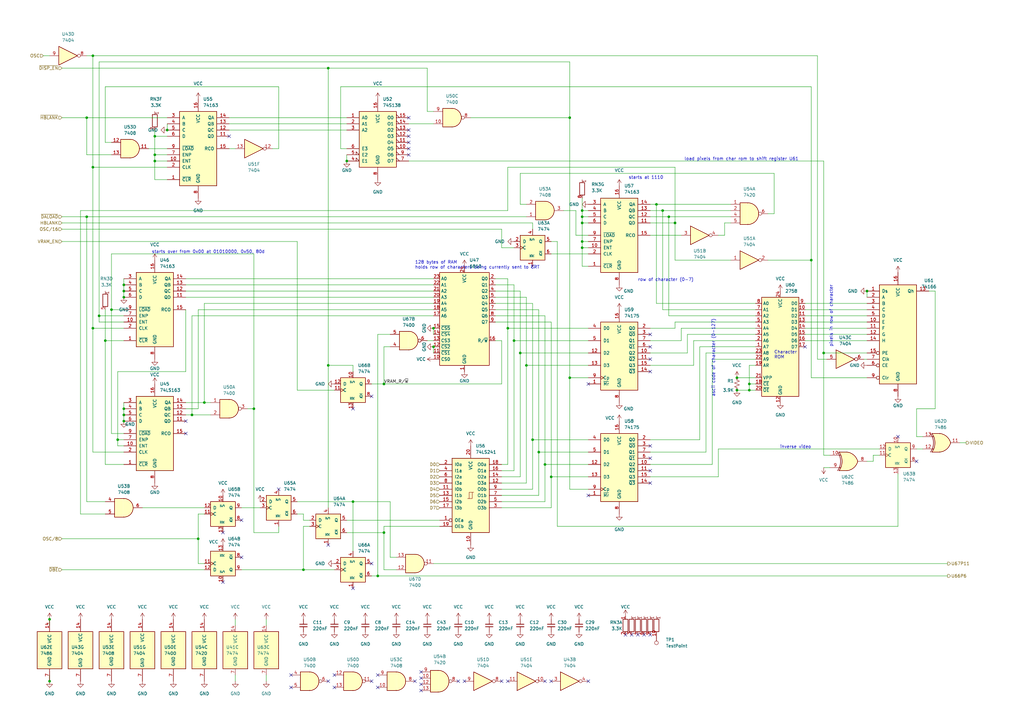
<source format=kicad_sch>
(kicad_sch (version 20230121) (generator eeschema)
  (paper "A3")
  (junction (at 50.8 121.92))
  (junction (at 332.74 106.68))
  (junction (at 238.76 101.6))
  (junction (at 50.8 116.84))
  (junction (at 50.8 172.72))
  (junction (at 226.06 195.58))
  (junction (at 177.8 142.24))
  (junction (at 302.26 154.94))
  (junction (at 218.44 180.34))
  (junction (at 238.76 88.9))
  (junction (at 276.86 91.44))
  (junction (at 238.76 86.36))
  (junction (at 134.62 27.94))
  (junction (at 210.82 139.7))
  (junction (at 213.36 144.78))
  (junction (at 63.5 63.5))
  (junction (at 154.94 236.22))
  (junction (at 208.28 134.62))
  (junction (at 35.56 88.9))
  (junction (at 43.18 139.7))
  (junction (at 157.48 157.48))
  (junction (at 134.62 149.86))
  (junction (at 81.28 220.98))
  (junction (at 271.78 86.36))
  (junction (at 307.34 157.48))
  (junction (at 302.26 160.02))
  (junction (at 83.82 165.1))
  (junction (at 50.8 119.38))
  (junction (at 177.8 134.62))
  (junction (at 68.58 53.34))
  (junction (at 20.32 254))
  (junction (at 274.32 88.9))
  (junction (at 355.6 119.38))
  (junction (at 157.48 218.44))
  (junction (at 233.68 48.26))
  (junction (at 337.82 144.78))
  (junction (at 104.14 167.64))
  (junction (at 144.78 205.74))
  (junction (at 50.8 170.18))
  (junction (at 238.76 91.44))
  (junction (at 38.1 134.62))
  (junction (at 63.5 55.88))
  (junction (at 35.56 48.26))
  (junction (at 233.68 154.94))
  (junction (at 307.34 160.02))
  (junction (at 38.1 68.58))
  (junction (at 20.32 279.4))
  (junction (at 215.9 149.86))
  (junction (at 142.24 66.04))
  (junction (at 238.76 99.06))
  (junction (at 48.26 180.34))
  (junction (at 78.74 170.18))
  (junction (at 45.72 127))
  (junction (at 220.98 185.42))
  (junction (at 223.52 190.5))
  (junction (at 124.46 233.68))
  (junction (at 38.1 22.86))
  (junction (at 50.8 167.64))
  (junction (at 63.5 66.04))
  (junction (at 269.24 83.82))
  (junction (at 40.64 129.54))
  (no_connect (at 144.78 167.64))
  (no_connect (at 152.4 279.4))
  (no_connect (at 119.38 281.94))
  (no_connect (at 119.38 276.86))
  (no_connect (at 134.62 279.4))
  (no_connect (at 137.16 276.86))
  (no_connect (at 137.16 281.94))
  (no_connect (at 93.98 55.88))
  (no_connect (at 167.64 58.42))
  (no_connect (at 167.64 60.96))
  (no_connect (at 167.64 48.26))
  (no_connect (at 167.64 53.34))
  (no_connect (at 167.64 55.88))
  (no_connect (at 167.64 63.5))
  (no_connect (at 218.44 109.22))
  (no_connect (at 99.06 228.6))
  (no_connect (at 152.4 162.56))
  (no_connect (at 264.16 260.35))
  (no_connect (at 152.4 231.14))
  (no_connect (at 375.92 189.23))
  (no_connect (at 368.3 179.07))
  (no_connect (at 76.2 172.72))
  (no_connect (at 256.54 260.35))
  (no_connect (at 170.18 279.4))
  (no_connect (at 154.94 281.94))
  (no_connect (at 154.94 276.86))
  (no_connect (at 187.96 279.4))
  (no_connect (at 172.72 283.21))
  (no_connect (at 172.72 278.13))
  (no_connect (at 172.72 280.67))
  (no_connect (at 172.72 275.59))
  (no_connect (at 91.44 238.76))
  (no_connect (at 226.06 279.4))
  (no_connect (at 261.62 260.35))
  (no_connect (at 266.7 260.35))
  (no_connect (at 91.44 218.44))
  (no_connect (at 144.78 241.3))
  (no_connect (at 134.62 223.52))
  (no_connect (at 99.06 213.36))
  (no_connect (at 223.52 279.4))
  (no_connect (at 190.5 279.4))
  (no_connect (at 205.74 279.4))
  (no_connect (at 208.28 279.4))
  (no_connect (at 76.2 177.8))
  (no_connect (at 330.2 142.24))
  (no_connect (at 241.3 279.4))
  (no_connect (at 241.3 203.2))
  (no_connect (at 114.3 200.66))
  (no_connect (at 266.7 198.12))
  (no_connect (at 266.7 193.04))
  (no_connect (at 266.7 137.16))
  (no_connect (at 266.7 142.24))
  (no_connect (at 266.7 152.4))
  (no_connect (at 266.7 147.32))
  (no_connect (at 266.7 182.88))
  (no_connect (at 266.7 187.96))
  (no_connect (at 241.3 157.48))
  (no_connect (at 259.08 260.35))
  (wire (pts (xy 25.4 93.98) (xy 205.74 93.98)))
  (wire (pts (xy 48.26 180.34) (xy 50.8 180.34)))
  (wire (pts (xy 38.1 134.62) (xy 50.8 134.62)))
  (wire (pts (xy 276.86 106.68) (xy 299.72 106.68)))
  (wire (pts (xy 332.74 154.94) (xy 355.6 154.94)))
  (wire (pts (xy 142.24 213.36) (xy 180.34 213.36)))
  (wire (pts (xy 20.32 279.4) (xy 20.32 276.86)))
  (wire (pts (xy 388.62 231.14) (xy 177.8 231.14)))
  (wire (pts (xy 43.18 58.42) (xy 45.72 58.42)))
  (wire (pts (xy 208.28 68.58) (xy 208.28 86.36)))
  (wire (pts (xy 238.76 88.9) (xy 238.76 91.44)))
  (wire (pts (xy 144.78 205.74) (xy 144.78 226.06)))
  (wire (pts (xy 38.1 22.86) (xy 335.28 22.86)))
  (wire (pts (xy 233.68 154.94) (xy 233.68 200.66)))
  (wire (pts (xy 121.92 160.02) (xy 137.16 160.02)))
  (wire (pts (xy 45.72 177.8) (xy 50.8 177.8)))
  (wire (pts (xy 302.26 160.02) (xy 307.34 160.02)))
  (wire (pts (xy 50.8 116.84) (xy 50.8 119.38)))
  (wire (pts (xy 109.22 279.4) (xy 109.22 276.86)))
  (wire (pts (xy 40.64 132.08) (xy 50.8 132.08)))
  (wire (pts (xy 83.82 124.46) (xy 83.82 165.1)))
  (wire (pts (xy 78.74 129.54) (xy 78.74 170.18)))
  (wire (pts (xy 142.24 63.5) (xy 142.24 66.04)))
  (wire (pts (xy 266.7 83.82) (xy 269.24 83.82)))
  (wire (pts (xy 276.86 91.44) (xy 266.7 91.44)))
  (wire (pts (xy 294.64 184.15) (xy 360.68 184.15)))
  (wire (pts (xy 35.56 22.86) (xy 38.1 22.86)))
  (wire (pts (xy 76.2 114.3) (xy 177.8 114.3)))
  (wire (pts (xy 238.76 109.22) (xy 238.76 101.6)))
  (wire (pts (xy 124.46 210.82) (xy 121.92 210.82)))
  (wire (pts (xy 203.2 116.84) (xy 210.82 116.84)))
  (wire (pts (xy 205.74 198.12) (xy 215.9 198.12)))
  (wire (pts (xy 154.94 236.22) (xy 388.62 236.22)))
  (wire (pts (xy 289.56 185.42) (xy 266.7 185.42)))
  (wire (pts (xy 213.36 119.38) (xy 213.36 144.78)))
  (wire (pts (xy 177.8 127) (xy 81.28 127)))
  (wire (pts (xy 238.76 81.28) (xy 238.76 86.36)))
  (wire (pts (xy 83.82 165.1) (xy 76.2 165.1)))
  (wire (pts (xy 157.48 142.24) (xy 160.02 142.24)))
  (wire (pts (xy 175.26 139.7) (xy 177.8 139.7)))
  (wire (pts (xy 266.7 144.78) (xy 281.94 144.78)))
  (wire (pts (xy 375.92 179.07) (xy 375.92 167.64)))
  (wire (pts (xy 81.28 210.82) (xy 83.82 210.82)))
  (wire (pts (xy 289.56 144.78) (xy 289.56 185.42)))
  (wire (pts (xy 68.58 73.66) (xy 63.5 73.66)))
  (wire (pts (xy 297.18 96.52) (xy 297.18 91.44)))
  (wire (pts (xy 330.2 139.7) (xy 355.6 139.7)))
  (wire (pts (xy 48.26 152.4) (xy 48.26 180.34)))
  (wire (pts (xy 104.14 167.64) (xy 104.14 218.44)))
  (wire (pts (xy 205.74 208.28) (xy 226.06 208.28)))
  (wire (pts (xy 83.82 165.1) (xy 86.36 165.1)))
  (wire (pts (xy 355.6 144.78) (xy 337.82 144.78)))
  (wire (pts (xy 81.28 220.98) (xy 81.28 231.14)))
  (wire (pts (xy 25.4 91.44) (xy 218.44 91.44)))
  (wire (pts (xy 76.2 127) (xy 76.2 152.4)))
  (wire (pts (xy 127 215.9) (xy 124.46 215.9)))
  (wire (pts (xy 210.82 116.84) (xy 210.82 139.7)))
  (wire (pts (xy 38.1 22.86) (xy 38.1 68.58)))
  (wire (pts (xy 355.6 189.23) (xy 358.14 189.23)))
  (wire (pts (xy 236.22 86.36) (xy 236.22 96.52)))
  (wire (pts (xy 210.82 139.7) (xy 210.82 193.04)))
  (wire (pts (xy 266.7 195.58) (xy 294.64 195.58)))
  (wire (pts (xy 45.72 127) (xy 45.72 177.8)))
  (wire (pts (xy 266.7 149.86) (xy 284.48 149.86)))
  (wire (pts (xy 124.46 213.36) (xy 124.46 210.82)))
  (wire (pts (xy 45.72 104.14) (xy 45.72 127)))
  (wire (pts (xy 215.9 121.92) (xy 215.9 149.86)))
  (wire (pts (xy 134.62 27.94) (xy 25.4 27.94)))
  (wire (pts (xy 93.98 48.26) (xy 142.24 48.26)))
  (wire (pts (xy 297.18 91.44) (xy 299.72 91.44)))
  (wire (pts (xy 157.48 218.44) (xy 142.24 218.44)))
  (wire (pts (xy 205.74 193.04) (xy 210.82 193.04)))
  (wire (pts (xy 78.74 170.18) (xy 76.2 170.18)))
  (wire (pts (xy 218.44 91.44) (xy 218.44 93.98)))
  (wire (pts (xy 231.14 86.36) (xy 236.22 86.36)))
  (wire (pts (xy 35.56 205.74) (xy 35.56 88.9)))
  (wire (pts (xy 276.86 68.58) (xy 208.28 68.58)))
  (wire (pts (xy 157.48 157.48) (xy 157.48 142.24)))
  (wire (pts (xy 220.98 127) (xy 220.98 185.42)))
  (wire (pts (xy 269.24 83.82) (xy 299.72 83.82)))
  (wire (pts (xy 48.26 180.34) (xy 48.26 182.88)))
  (wire (pts (xy 271.78 86.36) (xy 271.78 127)))
  (wire (pts (xy 96.52 276.86) (xy 96.52 279.4)))
  (wire (pts (xy 238.76 91.44) (xy 241.3 91.44)))
  (wire (pts (xy 205.74 139.7) (xy 203.2 139.7)))
  (wire (pts (xy 218.44 180.34) (xy 241.3 180.34)))
  (wire (pts (xy 45.72 63.5) (xy 35.56 63.5)))
  (wire (pts (xy 154.94 137.16) (xy 160.02 137.16)))
  (wire (pts (xy 279.4 139.7) (xy 279.4 134.62)))
  (wire (pts (xy 307.34 160.02) (xy 309.88 160.02)))
  (wire (pts (xy 213.36 144.78) (xy 241.3 144.78)))
  (wire (pts (xy 114.3 35.56) (xy 114.3 60.96)))
  (wire (pts (xy 99.06 233.68) (xy 124.46 233.68)))
  (wire (pts (xy 157.48 233.68) (xy 162.56 233.68)))
  (wire (pts (xy 25.4 99.06) (xy 121.92 99.06)))
  (wire (pts (xy 160.02 205.74) (xy 160.02 228.6)))
  (wire (pts (xy 307.34 149.86) (xy 309.88 149.86)))
  (wire (pts (xy 208.28 134.62) (xy 208.28 190.5)))
  (wire (pts (xy 335.28 22.86) (xy 335.28 147.32)))
  (wire (pts (xy 50.8 119.38) (xy 50.8 121.92)))
  (wire (pts (xy 93.98 53.34) (xy 142.24 53.34)))
  (wire (pts (xy 76.2 152.4) (xy 48.26 152.4)))
  (wire (pts (xy 358.14 189.23) (xy 358.14 186.69)))
  (wire (pts (xy 38.1 134.62) (xy 38.1 185.42)))
  (wire (pts (xy 68.58 55.88) (xy 63.5 55.88)))
  (wire (pts (xy 81.28 127) (xy 81.28 167.64)))
  (wire (pts (xy 223.52 190.5) (xy 241.3 190.5)))
  (wire (pts (xy 134.62 27.94) (xy 134.62 149.86)))
  (wire (pts (xy 220.98 185.42) (xy 241.3 185.42)))
  (wire (pts (xy 205.74 93.98) (xy 205.74 101.6)))
  (wire (pts (xy 383.54 119.38) (xy 381 119.38)))
  (wire (pts (xy 104.14 218.44) (xy 114.3 218.44)))
  (wire (pts (xy 203.2 119.38) (xy 213.36 119.38)))
  (wire (pts (xy 279.4 96.52) (xy 266.7 96.52)))
  (wire (pts (xy 63.5 66.04) (xy 63.5 63.5)))
  (wire (pts (xy 35.56 63.5) (xy 35.56 48.26)))
  (wire (pts (xy 175.26 27.94) (xy 134.62 27.94)))
  (wire (pts (xy 355.6 124.46) (xy 330.2 124.46)))
  (wire (pts (xy 233.68 48.26) (xy 233.68 154.94)))
  (wire (pts (xy 205.74 200.66) (xy 218.44 200.66)))
  (wire (pts (xy 205.74 101.6) (xy 210.82 101.6)))
  (wire (pts (xy 48.26 182.88) (xy 50.8 182.88)))
  (wire (pts (xy 43.18 35.56) (xy 43.18 58.42)))
  (wire (pts (xy 160.02 228.6) (xy 162.56 228.6)))
  (wire (pts (xy 215.9 149.86) (xy 215.9 198.12)))
  (wire (pts (xy 284.48 139.7) (xy 284.48 149.86)))
  (wire (pts (xy 213.36 83.82) (xy 215.9 83.82)))
  (wire (pts (xy 38.1 185.42) (xy 50.8 185.42)))
  (wire (pts (xy 228.6 99.06) (xy 228.6 215.9)))
  (wire (pts (xy 25.4 48.26) (xy 35.56 48.26)))
  (wire (pts (xy 68.58 63.5) (xy 63.5 63.5)))
  (wire (pts (xy 294.64 195.58) (xy 294.64 184.15)))
  (wire (pts (xy 205.74 203.2) (xy 220.98 203.2)))
  (wire (pts (xy 274.32 88.9) (xy 299.72 88.9)))
  (wire (pts (xy 309.88 144.78) (xy 289.56 144.78)))
  (wire (pts (xy 228.6 215.9) (xy 368.3 215.9)))
  (wire (pts (xy 302.26 154.94) (xy 309.88 154.94)))
  (wire (pts (xy 68.58 66.04) (xy 63.5 66.04)))
  (wire (pts (xy 114.3 60.96) (xy 111.76 60.96)))
  (wire (pts (xy 177.8 50.8) (xy 167.64 50.8)))
  (wire (pts (xy 218.44 200.66) (xy 218.44 180.34)))
  (wire (pts (xy 50.8 170.18) (xy 50.8 172.72)))
  (wire (pts (xy 238.76 101.6) (xy 238.76 99.06)))
  (wire (pts (xy 375.92 184.15) (xy 378.46 184.15)))
  (wire (pts (xy 294.64 96.52) (xy 297.18 96.52)))
  (wire (pts (xy 238.76 86.36) (xy 238.76 88.9)))
  (wire (pts (xy 330.2 127) (xy 355.6 127)))
  (wire (pts (xy 266.7 86.36) (xy 271.78 86.36)))
  (wire (pts (xy 208.28 134.62) (xy 241.3 134.62)))
  (wire (pts (xy 58.42 208.28) (xy 83.82 208.28)))
  (wire (pts (xy 226.06 104.14) (xy 241.3 104.14)))
  (wire (pts (xy 339.09 147.32) (xy 335.28 147.32)))
  (wire (pts (xy 307.34 160.02) (xy 307.34 157.48)))
  (wire (pts (xy 226.06 99.06) (xy 228.6 99.06)))
  (wire (pts (xy 355.6 147.32) (xy 354.33 147.32)))
  (wire (pts (xy 292.1 147.32) (xy 292.1 190.5)))
  (wire (pts (xy 96.52 254) (xy 96.52 256.54)))
  (wire (pts (xy 38.1 68.58) (xy 38.1 134.62)))
  (wire (pts (xy 43.18 190.5) (xy 43.18 139.7)))
  (wire (pts (xy 127 213.36) (xy 124.46 213.36)))
  (wire (pts (xy 43.18 139.7) (xy 50.8 139.7)))
  (wire (pts (xy 226.06 208.28) (xy 226.06 195.58)))
  (wire (pts (xy 208.28 86.36) (xy 33.02 86.36)))
  (wire (pts (xy 281.94 137.16) (xy 309.88 137.16)))
  (wire (pts (xy 203.2 114.3) (xy 208.28 114.3)))
  (wire (pts (xy 60.96 60.96) (xy 68.58 60.96)))
  (wire (pts (xy 213.36 144.78) (xy 213.36 195.58)))
  (wire (pts (xy 276.86 132.08) (xy 309.88 132.08)))
  (wire (pts (xy 96.52 60.96) (xy 93.98 60.96)))
  (wire (pts (xy 205.74 205.74) (xy 223.52 205.74)))
  (wire (pts (xy 330.2 129.54) (xy 355.6 129.54)))
  (wire (pts (xy 218.44 180.34) (xy 218.44 124.46)))
  (wire (pts (xy 50.8 167.64) (xy 50.8 170.18)))
  (wire (pts (xy 134.62 149.86) (xy 134.62 208.28)))
  (wire (pts (xy 330.2 132.08) (xy 355.6 132.08)))
  (wire (pts (xy 208.28 190.5) (xy 205.74 190.5)))
  (wire (pts (xy 276.86 134.62) (xy 276.86 132.08)))
  (wire (pts (xy 309.88 147.32) (xy 292.1 147.32)))
  (wire (pts (xy 114.3 218.44) (xy 114.3 215.9)))
  (wire (pts (xy 144.78 149.86) (xy 144.78 152.4)))
  (wire (pts (xy 284.48 139.7) (xy 309.88 139.7)))
  (wire (pts (xy 332.74 106.68) (xy 332.74 154.94)))
  (wire (pts (xy 78.74 129.54) (xy 177.8 129.54)))
  (wire (pts (xy 368.3 215.9) (xy 368.3 194.31)))
  (wire (pts (xy 81.28 231.14) (xy 83.82 231.14)))
  (wire (pts (xy 223.52 129.54) (xy 223.52 190.5)))
  (wire (pts (xy 43.18 127) (xy 43.18 139.7)))
  (wire (pts (xy 45.72 104.14) (xy 104.14 104.14)))
  (wire (pts (xy 226.06 195.58) (xy 241.3 195.58)))
  (wire (pts (xy 139.7 35.56) (xy 332.74 35.56)))
  (wire (pts (xy 175.26 45.72) (xy 175.26 27.94)))
  (wire (pts (xy 63.5 53.34) (xy 63.5 55.88)))
  (wire (pts (xy 121.92 160.02) (xy 121.92 99.06)))
  (wire (pts (xy 330.2 137.16) (xy 355.6 137.16)))
  (wire (pts (xy 287.02 142.24) (xy 287.02 180.34)))
  (wire (pts (xy 38.1 68.58) (xy 68.58 68.58)))
  (wire (pts (xy 266.7 139.7) (xy 279.4 139.7)))
  (wire (pts (xy 218.44 124.46) (xy 203.2 124.46)))
  (wire (pts (xy 307.34 149.86) (xy 307.34 157.48)))
  (wire (pts (xy 269.24 83.82) (xy 269.24 124.46)))
  (wire (pts (xy 35.56 48.26) (xy 68.58 48.26)))
  (wire (pts (xy 203.2 132.08) (xy 226.06 132.08)))
  (wire (pts (xy 167.64 66.04) (xy 337.82 66.04)))
  (wire (pts (xy 271.78 86.36) (xy 299.72 86.36)))
  (wire (pts (xy 76.2 119.38) (xy 177.8 119.38)))
  (wire (pts (xy 396.24 181.61) (xy 393.7 181.61)))
  (wire (pts (xy 233.68 48.26) (xy 193.04 48.26)))
  (wire (pts (xy 177.8 124.46) (xy 83.82 124.46)))
  (wire (pts (xy 157.48 215.9) (xy 180.34 215.9)))
  (wire (pts (xy 109.22 254) (xy 109.22 256.54)))
  (wire (pts (xy 20.32 22.86) (xy 17.78 22.86)))
  (wire (pts (xy 223.52 205.74) (xy 223.52 190.5)))
  (wire (pts (xy 233.68 200.66) (xy 241.3 200.66)))
  (wire (pts (xy 317.5 71.12) (xy 317.5 87.63)))
  (wire (pts (xy 152.4 236.22) (xy 154.94 236.22)))
  (wire (pts (xy 144.78 205.74) (xy 121.92 205.74)))
  (wire (pts (xy 355.6 119.38) (xy 355.6 121.92)))
  (wire (pts (xy 205.74 157.48) (xy 205.74 139.7)))
  (wire (pts (xy 50.8 165.1) (xy 50.8 167.64)))
  (wire (pts (xy 63.5 66.04) (xy 63.5 73.66)))
  (wire (pts (xy 35.56 88.9) (xy 215.9 88.9)))
  (wire (pts (xy 266.7 88.9) (xy 274.32 88.9)))
  (wire (pts (xy 233.68 25.4) (xy 40.64 25.4)))
  (wire (pts (xy 314.96 87.63) (xy 317.5 87.63)))
  (wire (pts (xy 271.78 127) (xy 309.88 127)))
  (wire (pts (xy 238.76 101.6) (xy 241.3 101.6)))
  (wire (pts (xy 93.98 50.8) (xy 142.24 50.8)))
  (wire (pts (xy 238.76 88.9) (xy 241.3 88.9)))
  (wire (pts (xy 210.82 139.7) (xy 241.3 139.7)))
  (wire (pts (xy 157.48 215.9) (xy 157.48 218.44)))
  (wire (pts (xy 276.86 91.44) (xy 276.86 106.68)))
  (wire (pts (xy 25.4 233.68) (xy 83.82 233.68)))
  (wire (pts (xy 40.64 129.54) (xy 50.8 129.54)))
  (wire (pts (xy 25.4 88.9) (xy 35.56 88.9)))
  (wire (pts (xy 241.3 154.94) (xy 233.68 154.94)))
  (wire (pts (xy 33.02 210.82) (xy 43.18 210.82)))
  (wire (pts (xy 33.02 86.36) (xy 33.02 210.82)))
  (wire (pts (xy 177.8 144.78) (xy 177.8 142.24)))
  (wire (pts (xy 50.8 190.5) (xy 43.18 190.5)))
  (wire (pts (xy 40.64 129.54) (xy 40.64 132.08)))
  (wire (pts (xy 154.94 137.16) (xy 154.94 236.22)))
  (wire (pts (xy 45.72 127) (xy 50.8 127)))
  (wire (pts (xy 281.94 144.78) (xy 281.94 137.16)))
  (wire (pts (xy 337.82 144.78) (xy 337.82 186.69)))
  (wire (pts (xy 236.22 96.52) (xy 241.3 96.52)))
  (wire (pts (xy 157.48 233.68) (xy 157.48 218.44)))
  (wire (pts (xy 314.96 106.68) (xy 332.74 106.68)))
  (wire (pts (xy 99.06 208.28) (xy 106.68 208.28)))
  (wire (pts (xy 337.82 144.78) (xy 337.82 66.04)))
  (wire (pts (xy 213.36 71.12) (xy 213.36 83.82)))
  (wire (pts (xy 238.76 91.44) (xy 238.76 99.06)))
  (wire (pts (xy 124.46 215.9) (xy 124.46 233.68)))
  (wire (pts (xy 287.02 180.34) (xy 266.7 180.34)))
  (wire (pts (xy 330.2 134.62) (xy 355.6 134.62)))
  (wire (pts (xy 292.1 190.5) (xy 266.7 190.5)))
  (wire (pts (xy 139.7 60.96) (xy 139.7 35.56)))
  (wire (pts (xy 238.76 99.06) (xy 241.3 99.06)))
  (wire (pts (xy 152.4 157.48) (xy 157.48 157.48)))
  (wire (pts (xy 203.2 121.92) (xy 215.9 121.92)))
  (wire (pts (xy 274.32 129.54) (xy 309.88 129.54)))
  (wire (pts (xy 101.6 167.64) (xy 104.14 167.64)))
  (wire (pts (xy 203.2 129.54) (xy 223.52 129.54)))
  (wire (pts (xy 205.74 195.58) (xy 213.36 195.58)))
  (wire (pts (xy 124.46 233.68) (xy 137.16 233.68)))
  (wire (pts (xy 337.82 186.69) (xy 340.36 186.69)))
  (wire (pts (xy 358.14 186.69) (xy 360.68 186.69)))
  (wire (pts (xy 215.9 149.86) (xy 241.3 149.86)))
  (wire (pts (xy 134.62 149.86) (xy 144.78 149.86)))
  (wire (pts (xy 43.18 205.74) (xy 35.56 205.74)))
  (wire (pts (xy 233.68 48.26) (xy 233.68 25.4)))
  (wire (pts (xy 241.3 86.36) (xy 238.76 86.36)))
  (wire (pts (xy 25.4 220.98) (xy 81.28 220.98)))
  (wire (pts (xy 160.02 205.74) (xy 144.78 205.74)))
  (wire (pts (xy 157.48 157.48) (xy 205.74 157.48)))
  (wire (pts (xy 63.5 55.88) (xy 63.5 63.5)))
  (wire (pts (xy 78.74 170.18) (xy 86.36 170.18)))
  (wire (pts (xy 276.86 68.58) (xy 276.86 91.44)))
  (wire (pts (xy 177.8 134.62) (xy 177.8 137.16)))
  (wire (pts (xy 175.26 45.72) (xy 177.8 45.72)))
  (wire (pts (xy 226.06 132.08) (xy 226.06 195.58)))
  (wire (pts (xy 213.36 71.12) (xy 317.5 71.12)))
  (wire (pts (xy 220.98 203.2) (xy 220.98 185.42)))
  (wire (pts (xy 76.2 116.84) (xy 177.8 116.84)))
  (wire (pts (xy 68.58 50.8) (xy 68.58 53.34)))
  (wire (pts (xy 20.32 254) (xy 20.32 256.54)))
  (wire (pts (xy 50.8 114.3) (xy 50.8 116.84)))
  (wire (pts (xy 269.24 124.46) (xy 309.88 124.46)))
  (wire (pts (xy 279.4 134.62) (xy 309.88 134.62)))
  (wire (pts (xy 340.36 191.77) (xy 337.82 191.77)))
  (wire (pts (xy 383.54 119.38) (xy 383.54 167.64)))
  (wire (pts (xy 266.7 134.62) (xy 276.86 134.62)))
  (wire (pts (xy 81.28 210.82) (xy 81.28 220.98)))
  (wire (pts (xy 114.3 35.56) (xy 43.18 35.56)))
  (wire (pts (xy 104.14 104.14) (xy 104.14 167.64)))
  (wire (pts (xy 241.3 109.22) (xy 238.76 109.22)))
  (wire (pts (xy 378.46 179.07) (xy 375.92 179.07)))
  (wire (pts (xy 309.88 142.24) (xy 287.02 142.24)))
  (wire (pts (xy 76.2 121.92) (xy 177.8 121.92)))
  (wire (pts (xy 203.2 127) (xy 220.98 127)))
  (wire (pts (xy 142.24 60.96) (xy 139.7 60.96)))
  (wire (pts (xy 375.92 167.64) (xy 383.54 167.64)))
  (wire (pts (xy 208.28 114.3) (xy 208.28 134.62)))
  (wire (pts (xy 40.64 25.4) (xy 40.64 129.54)))
  (wire (pts (xy 81.28 167.64) (xy 76.2 167.64)))
  (wire (pts (xy 307.34 157.48) (xy 309.88 157.48)))
  (wire (pts (xy 332.74 35.56) (xy 332.74 106.68)))
  (wire (pts (xy 274.32 88.9) (xy 274.32 129.54)))
  (text "128 bytes of RAM\nholds row of characters being currently sent to CRT" (at 170.18 110.49 0) (effects (font (size 1.27 1.27)) (justify left bottom)))
  (text "inverse video" (at 332.74 184.15 0) (effects (font (size 1.27 1.27)) (justify right bottom)))
  (text "starts over from 0x00 at 01010000, 0x50, 80d" (at 62.23 104.14 0) (effects (font (size 1.27 1.27)) (justify left bottom)))
  (text "starts at 1110\n" (at 257.81 73.66 0) (effects (font (size 1.27 1.27)) (justify left bottom)))
  (text "ascii code of character (0-127)" (at 293.37 130.81 90) (effects (font (size 1.27 1.27)) (justify right bottom)))
  (text "pixels in row of character" (at 341.63 116.84 90) (effects (font (size 1.27 1.27)) (justify right bottom)))
  (text "Character\nROM" (at 317.5 147.32 0) (effects (font (size 1.27 1.27)) (justify left bottom)))
  (text "load pixels from char rom to shift register U61" (at 280.67 66.04 0) (effects (font (size 1.27 1.27)) (justify left bottom)))
  (text "row of character (0-7)" (at 261.62 115.57 0) (effects (font (size 1.27 1.27)) (justify left bottom)))
  (label "VRAM_R{slash}~{W}" (at 157.48 157.48 0))
  (hierarchical_label "D4" (shape input) (at 180.34 200.66 180))
  (hierarchical_label "OSC" (shape input) (at 17.78 22.86 180))
  (hierarchical_label "D7" (shape input) (at 180.34 208.28 180))
  (hierarchical_label "~{HBLANK}" (shape input) (at 25.4 48.26 180))
  (hierarchical_label "D3" (shape input) (at 180.34 198.12 180))
  (hierarchical_label "VIDEO" (shape output) (at 396.24 181.61 0))
  (hierarchical_label "~{DALOAD}" (shape input) (at 25.4 88.9 180))
  (hierarchical_label "OSC/16" (shape input) (at 25.4 93.98 180))
  (hierarchical_label "VRAM_EN" (shape input) (at 25.4 99.06 180))
  (hierarchical_label "D1" (shape input) (at 180.34 193.04 180))
  (hierarchical_label "U67P11" (shape output) (at 388.62 231.14 0))
  (hierarchical_label "U66P6" (shape output) (at 388.62 236.22 0))
  (hierarchical_label "~{DBE}" (shape input) (at 25.4 233.68 180))
  (hierarchical_label "D5" (shape input) (at 180.34 203.2 180))
  (hierarchical_label "OSC/8" (shape input) (at 25.4 220.98 180))
  (hierarchical_label "HBLANK" (shape input) (at 25.4 91.44 180))
  (hierarchical_label "D0" (shape input) (at 180.34 190.5 180))
  (hierarchical_label "D6" (shape input) (at 180.34 205.74 180))
  (hierarchical_label "~{DISP_EN}" (shape input) (at 25.4 27.94 180))
  (hierarchical_label "D2" (shape input) (at 180.34 195.58 180))
  (symbol (lib_id "74xx:74LS86") (at 347.98 189.23 0) (mirror x) (unit 3)
    (property "Reference" "U62" (at 347.6752 195.58 0))
    (property "Value" "7486" (at 347.6752 198.12 0))
    (property "Footprint" "Package_DIP:DIP-14_W7.62mm" (effects hide))
    (property "Datasheet" "https://www.ti.com/lit/ds/symlink/sn74ls86a.pdf" (effects hide))
  )
  (symbol (lib_id "power:VCC") (at 33.02 254 0) (unit 1)
    (property "Reference" "#PWR0292" (effects hide))
    (property "Value" "VCC" (at 33.02 248.92 0))
  )
  (symbol (lib_id "power:GND") (at 190.5 152.4 0) (unit 1)
    (property "Reference" "#PWR0175" (effects hide))
    (property "Value" "GND" (at 190.5 156.21 0))
  )
  (symbol (lib_id "power:VCC") (at 177.8 147.32 90) (unit 1)
    (property "Reference" "#PWR0179" (effects hide))
    (property "Value" "VCC" (at 172.72 147.32 90))
  )
  (symbol (lib_id "power:GND") (at 45.72 279.4 0) (mirror y) (unit 1)
    (property "Reference" "#PWR0203" (effects hide))
    (property "Value" "GND" (at 45.72 284.48 0))
  )
  (symbol (lib_id "power:VCC") (at 58.42 254 0) (mirror y) (unit 1)
    (property "Reference" "#PWR0201" (effects hide))
    (property "Value" "VCC" (at 58.42 248.92 0))
  )
  (symbol (lib_id "74xx:74LS00") (at 127 279.4 0) (unit 2)
    (property "Reference" "U50" (at 127 270.51 0))
    (property "Value" "7400" (at 127 273.05 0))
    (property "Footprint" "Package_DIP:DIP-14_W7.62mm" (effects hide))
    (property "Datasheet" "http://www.ti.com/lit/gpn/sn74ls00" (effects hide))
  )
  (symbol (lib_id "74xx:74LS04") (at 33.02 266.7 0) (unit 7)
    (property "Reference" "U43" (at 29.21 265.43 0) (effects (justify left)))
    (property "Value" "7404" (at 29.21 267.97 0) (effects (justify left)))
    (property "Footprint" "Package_DIP:DIP-14_W7.62mm" (effects hide))
    (property "Datasheet" "http://www.ti.com/lit/gpn/sn74LS04" (effects hide))
  )
  (symbol (lib_id "74xx:74LS74") (at 91.44 231.14 0) (mirror x) (unit 2)
    (property "Reference" "U64" (at 93.4594 220.98 0) (effects (justify left)))
    (property "Value" "7474" (at 93.4594 223.52 0) (effects (justify left)))
    (property "Footprint" "Package_DIP:DIP-14_W7.62mm" (effects hide))
    (property "Datasheet" "https://www.ti.com/lit/ds/symlink/sn74ls74a.pdf" (effects hide))
  )
  (symbol (lib_id "74xx:74LS08") (at 45.72 266.7 0) (unit 5)
    (property "Reference" "U53" (at 41.91 265.43 0) (effects (justify left)))
    (property "Value" "7408" (at 41.91 267.97 0) (effects (justify left)))
    (property "Footprint" "Package_DIP:DIP-14_W7.62mm" (effects hide))
    (property "Datasheet" "http://www.ti.com/lit/gpn/sn74LS08" (effects hide))
  )
  (symbol (lib_id "74xx:74LS00") (at 167.64 139.7 0) (mirror x) (unit 2)
    (property "Reference" "U67" (at 167.64 130.81 0))
    (property "Value" "7400" (at 167.64 133.35 0))
    (property "Footprint" "Package_DIP:DIP-14_W7.62mm" (effects hide))
    (property "Datasheet" "http://www.ti.com/lit/gpn/sn74ls00" (effects hide))
  )
  (symbol (lib_id "Device:C_Small") (at 226.06 256.54 0) (unit 1)
    (property "Reference" "C30" (at 228.6 255.2762 0) (effects (justify left)))
    (property "Value" "220nF" (at 228.6 257.8162 0) (effects (justify left)))
    (property "Footprint" "ambassador:C_Disc_D4.3mm_W1.9mm_P6.35mm" (effects hide))
  )
  (symbol (lib_id "74xx:74LS86") (at 386.08 181.61 0) (mirror x) (unit 4)
    (property "Reference" "U62" (at 385.7752 172.72 0))
    (property "Value" "7486" (at 385.7752 175.26 0))
    (property "Footprint" "Package_DIP:DIP-14_W7.62mm" (effects hide))
    (property "Datasheet" "https://www.ti.com/lit/ds/symlink/sn74ls86a.pdf" (effects hide))
  )
  (symbol (lib_id "Device:C_Small") (at 200.66 256.54 180) (unit 1)
    (property "Reference" "C13" (at 204.47 255.2635 0) (effects (justify right)))
    (property "Value" "220nF" (at 204.47 257.8035 0) (effects (justify right)))
    (property "Footprint" "ambassador:C_Disc_D4.3mm_W1.9mm_P6.35mm" (effects hide))
  )
  (symbol (lib_id "Device:C_Small") (at 213.36 256.54 0) (unit 1)
    (property "Reference" "C12" (at 217.17 255.2762 0) (effects (justify left)))
    (property "Value" "220nF" (at 217.17 257.8162 0) (effects (justify left)))
    (property "Footprint" "ambassador:C_Disc_D4.3mm_W1.9mm_P6.35mm" (effects hide))
  )
  (symbol (lib_id "74xx:74LS00") (at 144.78 279.4 0) (unit 4)
    (property "Reference" "U50" (at 144.78 270.51 0))
    (property "Value" "7400" (at 144.78 273.05 0))
    (property "Footprint" "Package_DIP:DIP-14_W7.62mm" (effects hide))
    (property "Datasheet" "http://www.ti.com/lit/gpn/sn74ls00" (effects hide))
  )
  (symbol (lib_id "power:GND") (at 149.86 259.08 0) (unit 1)
    (property "Reference" "#PWR0159" (effects hide))
    (property "Value" "GND" (at 149.86 264.16 0))
  )
  (symbol (lib_id "power:GND") (at 68.58 53.34 270) (unit 1)
    (property "Reference" "#PWR0191" (effects hide))
    (property "Value" "GND" (at 64.77 53.3399 90) (effects (justify right)))
  )
  (symbol (lib_id "74xx:74LS20") (at 307.34 87.63 0) (unit 1)
    (property "Reference" "U54" (at 307.34 77.47 0))
    (property "Value" "7420" (at 307.34 80.01 0))
    (property "Footprint" "Package_DIP:DIP-14_W7.62mm" (effects hide))
    (property "Datasheet" "http://www.ti.com/lit/gpn/sn74LS20" (effects hide))
  )
  (symbol (lib_id "power:VCC") (at 106.68 205.74 0) (unit 1)
    (property "Reference" "#PWR0265" (effects hide))
    (property "Value" "VCC" (at 106.68 200.66 0))
  )
  (symbol (lib_id "Device:R_Network09_Split") (at 259.08 256.54 0) (unit 2)
    (property "Reference" "RN3" (effects hide))
    (property "Value" "3.3K" (effects hide))
    (property "Footprint" "Resistor_THT:R_Array_SIP10" (effects hide))
    (property "Datasheet" "http://www.vishay.com/docs/31509/csc.pdf" (effects hide))
  )
  (symbol (lib_id "Device:C_Small") (at 237.49 256.54 0) (unit 1)
    (property "Reference" "C29" (at 240.03 255.2762 0) (effects (justify left)))
    (property "Value" "220nF" (at 240.03 257.8162 0) (effects (justify left)))
    (property "Footprint" "ambassador:C_Disc_D4.3mm_W1.9mm_P6.35mm" (effects hide))
  )
  (symbol (lib_id "power:VCC") (at 337.82 191.77 0) (mirror x) (unit 1)
    (property "Reference" "#PWR0156" (effects hide))
    (property "Value" "VCC" (at 337.82 196.85 0))
  )
  (symbol (lib_id "74xx:74LS74") (at 91.44 210.82 0) (unit 2)
    (property "Reference" "U65" (at 93.4594 200.66 0) (effects (justify left)))
    (property "Value" "7474" (at 93.4594 203.2 0) (effects (justify left)))
    (property "Footprint" "Package_DIP:DIP-14_W7.62mm" (effects hide))
    (property "Datasheet" "https://www.ti.com/lit/ds/symlink/sn74ls74a.pdf" (effects hide))
  )
  (symbol (lib_id "ambassador:6810") (at 190.5 132.08 0) (unit 1)
    (property "Reference" "U47" (at 192.5194 106.68 0) (effects (justify left)))
    (property "Value" "6810" (at 192.5194 109.22 0) (effects (justify left)))
    (property "Footprint" "Package_DIP:DIP-24_W15.24mm" (effects hide))
  )
  (symbol (lib_id "power:GND") (at 137.16 231.14 270) (unit 1)
    (property "Reference" "#PWR0387" (effects hide))
    (property "Value" "GND" (at 133.35 231.1399 90) (effects (justify right)))
  )
  (symbol (lib_id "power:GND") (at 154.94 73.66 0) (unit 1)
    (property "Reference" "#PWR0198" (effects hide))
    (property "Value" "GND" (at 154.94 78.74 0))
  )
  (symbol (lib_id "power:VCC") (at 63.5 106.68 0) (unit 1)
    (property "Reference" "#PWR0275" (effects hide))
    (property "Value" "VCC" (at 63.5 100.33 0))
  )
  (symbol (lib_id "power:GND") (at 226.06 259.08 0) (unit 1)
    (property "Reference" "#PWR0295" (effects hide))
    (property "Value" "GND" (at 226.06 264.16 0))
  )
  (symbol (lib_id "74xx:74LS04") (at 233.68 279.4 0) (unit 2)
    (property "Reference" "U43" (at 233.68 270.51 0))
    (property "Value" "7404" (at 233.68 273.05 0))
    (property "Footprint" "Package_DIP:DIP-14_W7.62mm" (effects hide))
    (property "Datasheet" "http://www.ti.com/lit/gpn/sn74LS04" (effects hide))
  )
  (symbol (lib_id "74xx:74LS175") (at 254 144.78 0) (unit 1)
    (property "Reference" "U59" (at 256.0194 127 0) (effects (justify left)))
    (property "Value" "74175" (at 256.0194 129.54 0) (effects (justify left)))
    (property "Footprint" "Package_DIP:DIP-16_W7.62mm" (effects hide))
    (property "Datasheet" "http://www.ti.com/lit/gpn/sn74LS175" (effects hide))
  )
  (symbol (lib_id "power:GND") (at 96.52 279.4 0) (mirror y) (unit 1)
    (property "Reference" "#PWR0154" (effects hide))
    (property "Value" "GND" (at 96.52 284.48 0))
  )
  (symbol (lib_id "74xx:74LS20") (at 180.34 279.4 0) (unit 2)
    (property "Reference" "U54" (at 180.34 269.24 0))
    (property "Value" "7420" (at 180.34 271.78 0))
    (property "Footprint" "Package_DIP:DIP-14_W7.62mm" (effects hide))
    (property "Datasheet" "http://www.ti.com/lit/gpn/sn74LS20" (effects hide))
  )
  (symbol (lib_id "power:GND") (at 355.6 149.86 270) (unit 1)
    (property "Reference" "#PWR0169" (effects hide))
    (property "Value" "GND" (at 350.52 149.86 90))
  )
  (symbol (lib_id "power:VCC") (at 91.44 203.2 0) (unit 1)
    (property "Reference" "#PWR0318" (effects hide))
    (property "Value" "VCC" (at 91.44 198.12 0))
  )
  (symbol (lib_id "Device:C_Small") (at 137.16 256.54 0) (unit 1)
    (property "Reference" "C9" (at 140.97 255.2762 0) (effects (justify left)))
    (property "Value" "220nF" (at 140.97 257.8162 0) (effects (justify left)))
    (property "Footprint" "ambassador:C_Disc_D4.3mm_W1.9mm_P6.35mm" (effects hide))
  )
  (symbol (lib_id "ambassador:74163") (at 63.5 127 0) (unit 1)
    (property "Reference" "U46" (at 65.5194 106.68 0) (effects (justify left)))
    (property "Value" "74163" (at 65.5194 109.22 0) (effects (justify left)))
    (property "Footprint" "Package_DIP:DIP-16_W7.62mm" (effects hide))
    (property "Datasheet" "https://www.ti.com/lit/ds/symlink/sn74s163.pdf" (effects hide))
  )
  (symbol (lib_id "power:GND") (at 254 116.84 0) (unit 1)
    (property "Reference" "#PWR0182" (effects hide))
    (property "Value" "GND" (at 257.81 119.38 0))
  )
  (symbol (lib_id "Device:R_Small_US") (at 302.26 157.48 180) (unit 1)
    (property "Reference" "R1" (at 300.99 156.21 0) (effects (justify left)))
    (property "Value" "3.9K" (at 300.99 160.02 0) (effects (justify left)))
    (property "Footprint" "Resistor_THT:R_Axial_DIN0309_L9.0mm_D3.2mm_P12.70mm_Horizontal" (effects hide))
  )
  (symbol (lib_id "power:GND") (at 187.96 259.08 0) (unit 1)
    (property "Reference" "#PWR0176" (effects hide))
    (property "Value" "GND" (at 187.96 264.16 0))
  )
  (symbol (lib_id "power:VCC") (at 124.46 254 0) (unit 1)
    (property "Reference" "#PWR0181" (effects hide))
    (property "Value" "VCC" (at 124.46 248.92 0))
  )
  (symbol (lib_id "power:GND") (at 20.32 279.4 0) (mirror y) (unit 1)
    (property "Reference" "#PWR0297" (effects hide))
    (property "Value" "GND" (at 20.32 284.48 0))
  )
  (symbol (lib_id "power:GND") (at 50.8 121.92 0) (unit 1)
    (property "Reference" "#PWR0280" (effects hide))
    (property "Value" "GND" (at 50.8 127 0))
  )
  (symbol (lib_id "power:GND") (at 83.82 279.4 0) (unit 1)
    (property "Reference" "#PWR0194" (effects hide))
    (property "Value" "GND" (at 83.82 284.48 0))
  )
  (symbol (lib_id "power:VCC") (at 187.96 254 0) (unit 1)
    (property "Reference" "#PWR0281" (effects hide))
    (property "Value" "VCC" (at 187.96 248.92 0))
  )
  (symbol (lib_id "74xx:74LS74") (at 96.52 266.7 0) (unit 3)
    (property "Reference" "U41" (at 92.71 265.43 0) (effects (justify left)))
    (property "Value" "7474" (at 92.71 267.97 0) (effects (justify left)))
    (property "Footprint" "Package_DIP:DIP-14_W7.62mm" (effects hide))
    (property "Datasheet" "https://www.ti.com/lit/ds/symlink/sn74ls74a.pdf" (effects hide))
  )
  (symbol (lib_id "ambassador:74163") (at 254 96.52 0) (unit 1)
    (property "Reference" "U57" (at 256.0194 76.2 0) (effects (justify left)))
    (property "Value" "74163" (at 256.0194 78.74 0) (effects (justify left)))
    (property "Footprint" "Package_DIP:DIP-16_W7.62mm" (effects hide))
    (property "Datasheet" "https://www.ti.com/lit/ds/symlink/sn74s163.pdf" (effects hide))
  )
  (symbol (lib_id "74xx:74LS00") (at 71.12 266.7 0) (unit 5)
    (property "Reference" "U50" (at 67.31 265.43 0) (effects (justify left)))
    (property "Value" "7400" (at 67.31 267.97 0) (effects (justify left)))
    (property "Footprint" "Package_DIP:DIP-14_W7.62mm" (effects hide))
    (property "Datasheet" "http://www.ti.com/lit/gpn/sn74ls00" (effects hide))
  )
  (symbol (lib_id "Device:R_Network09_Split") (at 63.5 49.53 0) (unit 6)
    (property "Reference" "RN3" (at 64.0033 40.64 0))
    (property "Value" "3.3K" (at 64.0033 43.18 0))
    (property "Footprint" "Resistor_THT:R_Array_SIP10" (effects hide))
    (property "Datasheet" "http://www.vishay.com/docs/31509/csc.pdf" (effects hide))
  )
  (symbol (lib_id "power:VCC") (at 200.66 254 0) (unit 1)
    (property "Reference" "#PWR0287" (effects hide))
    (property "Value" "VCC" (at 200.66 248.92 0))
  )
  (symbol (lib_id "Device:C_Small") (at 149.86 256.54 0) (unit 1)
    (property "Reference" "C8" (at 153.67 255.2762 0) (effects (justify left)))
    (property "Value" "220nF" (at 153.67 257.8162 0) (effects (justify left)))
    (property "Footprint" "ambassador:C_Disc_D4.3mm_W1.9mm_P6.35mm" (effects hide))
  )
  (symbol (lib_id "power:VCC") (at 193.04 182.88 0) (unit 1)
    (property "Reference" "#PWR0188" (effects hide))
    (property "Value" "VCC" (at 193.04 177.8 0))
  )
  (symbol (lib_id "power:VCC") (at 83.82 254 0) (unit 1)
    (property "Reference" "#PWR0193" (effects hide))
    (property "Value" "VCC" (at 83.82 248.92 0))
  )
  (symbol (lib_id "power:VCC") (at 109.22 254 0) (unit 1)
    (property "Reference" "#PWR0157" (effects hide))
    (property "Value" "VCC" (at 109.22 248.92 0))
  )
  (symbol (lib_id "Device:C_Small") (at 162.56 256.54 0) (unit 1)
    (property "Reference" "C14" (at 166.37 255.2762 0) (effects (justify left)))
    (property "Value" "220nF" (at 166.37 257.8162 0) (effects (justify left)))
    (property "Footprint" "ambassador:C_Disc_D4.3mm_W1.9mm_P6.35mm" (effects hide))
  )
  (symbol (lib_id "Device:R_Network09_Split") (at 264.16 256.54 0) (unit 5)
    (property "Reference" "RN3" (effects hide))
    (property "Value" "3.3K" (effects hide))
    (property "Footprint" "Resistor_THT:R_Array_SIP10" (effects hide))
    (property "Datasheet" "http://www.vishay.com/docs/31509/csc.pdf" (effects hide))
  )
  (symbol (lib_id "74xx:74LS08") (at 223.52 86.36 0) (mirror x) (unit 1)
    (property "Reference" "U53" (at 223.52 77.47 0))
    (property "Value" "7408" (at 223.52 80.01 0))
    (property "Footprint" "Package_DIP:DIP-14_W7.62mm" (effects hide))
    (property "Datasheet" "http://www.ti.com/lit/gpn/sn74LS08" (effects hide))
  )
  (symbol (lib_id "74xx:74LS04") (at 307.34 106.68 0) (unit 1)
    (property "Reference" "U51" (at 307.34 97.79 0))
    (property "Value" "7404" (at 307.34 100.33 0))
    (property "Footprint" "Package_DIP:DIP-14_W7.62mm" (effects hide))
    (property "Datasheet" "http://www.ti.com/lit/gpn/sn74LS04" (effects hide))
  )
  (symbol (lib_id "Device:C_Small") (at 124.46 256.54 0) (unit 1)
    (property "Reference" "C11" (at 128.27 255.2762 0) (effects (justify left)))
    (property "Value" "220nF" (at 128.27 257.8162 0) (effects (justify left)))
    (property "Footprint" "ambassador:C_Disc_D4.3mm_W1.9mm_P6.35mm" (effects hide))
  )
  (symbol (lib_id "power:GND") (at 368.3 162.56 0) (unit 1)
    (property "Reference" "#PWR0161" (effects hide))
    (property "Value" "GND" (at 368.3 166.37 0))
  )
  (symbol (lib_id "power:VCC") (at 20.32 254 0) (mirror y) (unit 1)
    (property "Reference" "#PWR0298" (effects hide))
    (property "Value" "VCC" (at 20.32 248.92 0))
  )
  (symbol (lib_id "power:GND") (at 50.8 172.72 0) (unit 1)
    (property "Reference" "#PWR0283" (effects hide))
    (property "Value" "GND" (at 53.34 173.99 0))
  )
  (symbol (lib_id "power:GND") (at 71.12 279.4 0) (mirror y) (unit 1)
    (property "Reference" "#PWR0195" (effects hide))
    (property "Value" "GND" (at 71.12 284.48 0))
  )
  (symbol (lib_id "74xx:74LS74") (at 109.22 266.7 0) (unit 3)
    (property "Reference" "U63" (at 105.41 265.43 0) (effects (justify left)))
    (property "Value" "7474" (at 105.41 267.97 0) (effects (justify left)))
    (property "Footprint" "Package_DIP:DIP-14_W7.62mm" (effects hide))
    (property "Datasheet" "https://www.ti.com/lit/ds/symlink/sn74ls74a.pdf" (effects hide))
  )
  (symbol (lib_id "74xx:74LS04") (at 346.71 147.32 0) (unit 3)
    (property "Reference" "U43" (at 346.71 138.43 0))
    (property "Value" "7404" (at 346.71 140.97 0))
    (property "Footprint" "Package_DIP:DIP-14_W7.62mm" (effects hide))
    (property "Datasheet" "http://www.ti.com/lit/gpn/sn74LS04" (effects hide))
  )
  (symbol (lib_id "74xx:74LS138") (at 154.94 55.88 0) (unit 1)
    (property "Reference" "U52" (at 156.9594 40.64 0) (effects (justify left)))
    (property "Value" "74S138" (at 156.9594 43.18 0) (effects (justify left)))
    (property "Footprint" "Package_DIP:DIP-16_W7.62mm" (effects hide))
    (property "Datasheet" "http://www.ti.com/lit/gpn/sn74LS138" (effects hide))
  )
  (symbol (lib_id "power:GND") (at 177.8 134.62 270) (unit 1)
    (property "Reference" "#PWR0178" (effects hide))
    (property "Value" "GND" (at 173.99 134.62 0))
  )
  (symbol (lib_id "power:VCC") (at 81.28 40.64 0) (unit 1)
    (property "Reference" "#PWR0189" (effects hide))
    (property "Value" "VCC" (at 81.28 34.29 0))
  )
  (symbol (lib_id "power:VCC") (at 91.44 223.52 0) (mirror y) (unit 1)
    (property "Reference" "#PWR0388" (effects hide))
    (property "Value" "VCC" (at 87.63 222.25 0))
  )
  (symbol (lib_id "ambassador:74163") (at 81.28 60.96 0) (unit 1)
    (property "Reference" "U55" (at 83.2994 40.64 0) (effects (justify left)))
    (property "Value" "74163" (at 83.2994 43.18 0) (effects (justify left)))
    (property "Footprint" "Package_DIP:DIP-16_W7.62mm" (effects hide))
    (property "Datasheet" "https://www.ti.com/lit/ds/symlink/sn74s163.pdf" (effects hide))
  )
  (symbol (lib_id "power:VCC") (at 63.5 157.48 0) (unit 1)
    (property "Reference" "#PWR0278" (effects hide))
    (property "Value" "VCC" (at 63.5 153.67 0))
  )
  (symbol (lib_id "Device:C_Small") (at 187.96 256.54 0) (unit 1)
    (property "Reference" "C10" (at 190.5 255.2762 0) (effects (justify left)))
    (property "Value" "220nF" (at 190.5 257.8162 0) (effects (justify left)))
    (property "Footprint" "ambassador:C_Disc_D4.3mm_W1.9mm_P6.35mm" (effects hide))
  )
  (symbol (lib_id "power:VCC") (at 137.16 254 0) (unit 1)
    (property "Reference" "#PWR0378" (effects hide))
    (property "Value" "VCC" (at 137.16 248.92 0))
  )
  (symbol (lib_id "74xx:74LS00") (at 170.18 231.14 0) (mirror x) (unit 4)
    (property "Reference" "U67" (at 170.18 237.49 0))
    (property "Value" "7400" (at 170.18 240.03 0))
    (property "Footprint" "Package_DIP:DIP-14_W7.62mm" (effects hide))
    (property "Datasheet" "http://www.ti.com/lit/gpn/sn74ls00" (effects hide))
  )
  (symbol (lib_id "74xx:74LS74") (at 368.3 186.69 0) (unit 2)
    (property "Reference" "U63" (at 370.3194 194.31 0) (effects (justify left)))
    (property "Value" "7474" (at 370.3194 196.85 0) (effects (justify left)))
    (property "Footprint" "Package_DIP:DIP-14_W7.62mm" (effects hide))
    (property "Datasheet" "https://www.ti.com/lit/ds/symlink/sn74ls74a.pdf" (effects hide))
  )
  (symbol (lib_id "74xx:74LS20") (at 83.82 266.7 0) (unit 3)
    (property "Reference" "U54" (at 80.01 265.43 0) (effects (justify left)))
    (property "Value" "7420" (at 80.01 267.97 0) (effects (justify left)))
    (property "Footprint" "Package_DIP:DIP-14_W7.62mm" (effects hide))
    (property "Datasheet" "http://www.ti.com/lit/gpn/sn74LS20" (effects hide))
  )
  (symbol (lib_id "74xx:74LS04") (at 58.42 266.7 0) (unit 7)
    (property "Reference" "U51" (at 54.61 265.43 0) (effects (justify left)))
    (property "Value" "7404" (at 54.61 267.97 0) (effects (justify left)))
    (property "Footprint" "Package_DIP:DIP-14_W7.62mm" (effects hide))
    (property "Datasheet" "http://www.ti.com/lit/gpn/sn74LS04" (effects hide))
  )
  (symbol (lib_id "74xx:74LS04") (at 104.14 60.96 0) (mirror x) (unit 6)
    (property "Reference" "U51" (at 104.14 67.31 0))
    (property "Value" "7404" (at 104.14 69.85 0))
    (property "Footprint" "Package_DIP:DIP-14_W7.62mm" (effects hide))
    (property "Datasheet" "http://www.ti.com/lit/gpn/sn74LS04" (effects hide))
  )
  (symbol (lib_id "power:GND") (at 162.56 259.08 0) (unit 1)
    (property "Reference" "#PWR0197" (effects hide))
    (property "Value" "GND" (at 162.56 264.16 0))
  )
  (symbol (lib_id "Device:R_Network09_Split") (at 256.54 256.54 0) (mirror y) (unit 1)
    (property "Reference" "RN3" (at 255.27 255.2699 0) (effects (justify left)))
    (property "Value" "3.3K" (at 255.27 257.8099 0) (effects (justify left)))
    (property "Footprint" "Resistor_THT:R_Array_SIP10" (effects hide))
    (property "Datasheet" "http://www.vishay.com/docs/31509/csc.pdf" (effects hide))
  )
  (symbol (lib_id "74xx:74LS74") (at 114.3 208.28 0) (unit 1)
    (property "Reference" "U65" (at 116.3194 198.12 0) (effects (justify left)))
    (property "Value" "7474" (at 116.3194 200.66 0) (effects (justify left)))
    (property "Footprint" "Package_DIP:DIP-14_W7.62mm" (effects hide))
    (property "Datasheet" "https://www.ti.com/lit/ds/symlink/sn74ls74a.pdf" (effects hide))
  )
  (symbol (lib_id "power:GND") (at 177.8 142.24 270) (unit 1)
    (property "Reference" "#PWR0180" (effects hide))
    (property "Value" "GND" (at 173.99 142.24 0))
  )
  (symbol (lib_id "74xx:74LS08") (at 53.34 60.96 0) (unit 4)
    (property "Reference" "U53" (at 53.34 52.07 0))
    (property "Value" "7408" (at 53.34 54.61 0))
    (property "Footprint" "Package_DIP:DIP-14_W7.62mm" (effects hide))
    (property "Datasheet" "http://www.ti.com/lit/gpn/sn74LS08" (effects hide))
  )
  (symbol (lib_id "74xx:74LS04") (at 215.9 279.4 0) (mirror x) (unit 5)
    (property "Reference" "U51" (at 215.9 270.51 0))
    (property "Value" "7404" (at 215.9 273.05 0))
    (property "Footprint" "Package_DIP:DIP-14_W7.62mm" (effects hide))
    (property "Datasheet" "http://www.ti.com/lit/gpn/sn74LS04" (effects hide))
  )
  (symbol (lib_id "74xx:74LS86") (at 20.32 266.7 0) (unit 5)
    (property "Reference" "U62" (at 16.51 265.43 0) (effects (justify left)))
    (property "Value" "7486" (at 16.51 267.97 0) (effects (justify left)))
    (property "Footprint" "Package_DIP:DIP-14_W7.62mm" (effects hide))
    (property "Datasheet" "https://www.ti.com/lit/ds/symlink/sn74ls86a.pdf" (effects hide))
  )
  (symbol (lib_id "power:GND") (at 137.16 259.08 0) (unit 1)
    (property "Reference" "#PWR0167" (effects hide))
    (property "Value" "GND" (at 137.16 264.16 0))
  )
  (symbol (lib_id "74xx:74LS00") (at 185.42 48.26 0) (unit 3)
    (property "Reference" "U50" (at 185.42 39.37 0))
    (property "Value" "7400" (at 185.42 41.91 0))
    (property "Footprint" "Package_DIP:DIP-14_W7.62mm" (effects hide))
    (property "Datasheet" "http://www.ti.com/lit/gpn/sn74ls00" (effects hide))
  )
  (symbol (lib_id "power:VCC") (at 368.3 111.76 0) (unit 1)
    (property "Reference" "#PWR0160" (effects hide))
    (property "Value" "VCC" (at 368.3 106.68 0))
  )
  (symbol (lib_id "power:VCC") (at 302.26 154.94 0) (unit 1)
    (property "Reference" "#PWR0168" (effects hide))
    (property "Value" "VCC" (at 302.26 149.86 0))
  )
  (symbol (lib_id "power:VCC") (at 213.36 254 0) (unit 1)
    (property "Reference" "#PWR0386" (effects hide))
    (property "Value" "VCC" (at 213.36 248.92 0))
  )
  (symbol (lib_id "power:GND") (at 254 210.82 0) (unit 1)
    (property "Reference" "#PWR0172" (effects hide))
    (property "Value" "GND" (at 254 217.17 0))
  )
  (symbol (lib_id "Device:R_Network09_Split") (at 238.76 77.47 0) (unit 7)
    (property "Reference" "RN3" (at 242.57 75.6038 0) (effects (justify left)))
    (property "Value" "3.3K" (at 242.57 78.1438 0) (effects (justify left)))
    (property "Footprint" "Resistor_THT:R_Array_SIP10" (effects hide))
    (property "Datasheet" "http://www.vishay.com/docs/31509/csc.pdf" (effects hide))
  )
  (symbol (lib_id "power:GND") (at 33.02 279.4 0) (unit 1)
    (property "Reference" "#PWR0291" (effects hide))
    (property "Value" "GND" (at 33.02 284.48 0))
  )
  (symbol (lib_id "ambassador:74163") (at 63.5 177.8 0) (unit 1)
    (property "Reference" "U45" (at 65.5194 157.48 0) (effects (justify left)))
    (property "Value" "74LS163" (at 65.5194 160.02 0) (effects (justify left)))
    (property "Footprint" "Package_DIP:DIP-16_W7.62mm" (effects hide))
    (property "Datasheet" "https://www.ti.com/lit/ds/symlink/sn74s163.pdf" (effects hide))
  )
  (symbol (lib_id "power:GND") (at 254 165.1 0) (unit 1)
    (property "Reference" "#PWR0173" (effects hide))
    (property "Value" "GND" (at 257.81 167.64 0))
  )
  (symbol (lib_id "power:VCC") (at 45.72 254 0) (mirror y) (unit 1)
    (property "Reference" "#PWR0204" (effects hide))
    (property "Value" "VCC" (at 45.72 248.92 0))
  )
  (symbol (lib_id "power:GND") (at 63.5 147.32 0) (unit 1)
    (property "Reference" "#PWR0279" (effects hide))
    (property "Value" "GND" (at 63.5 151.13 0))
  )
  (symbol (lib_id "74xx:74LS241") (at 193.04 203.2 0) (unit 1)
    (property "Reference" "U56" (at 195.0594 182.88 0) (effects (justify left)))
    (property "Value" "74LS241" (at 195.0594 185.42 0) (effects (justify left)))
    (property "Footprint" "Package_DIP:DIP-20_W7.62mm" (effects hide))
    (property "Datasheet" "http://www.ti.com/lit/ds/symlink/sn74ls241.pdf" (effects hide))
  )
  (symbol (lib_id "power:GND") (at 142.24 66.04 0) (unit 1)
    (property "Reference" "#PWR0200" (effects hide))
    (property "Value" "GND" (at 142.24 69.85 0))
  )
  (symbol (lib_id "power:VCC") (at 320.04 119.38 0) (unit 1)
    (property "Reference" "#PWR0165" (effects hide))
    (property "Value" "VCC" (at 320.04 114.3 0))
  )
  (symbol (lib_id "power:GND") (at 193.04 223.52 0) (unit 1)
    (property "Reference" "#PWR0187" (effects hide))
    (property "Value" "GND" (at 193.04 228.6 0))
  )
  (symbol (lib_id "ambassador:2758") (at 320.04 142.24 0) (unit 1)
    (property "Reference" "U60" (at 322.0594 116.84 0) (effects (justify left)))
    (property "Value" "2758" (at 322.0594 119.38 0) (effects (justify left)))
    (property "Footprint" "Package_DIP:DIP-24_W15.24mm" (effects hide))
  )
  (symbol (lib_id "Device:R_Network09_Split") (at 43.18 123.19 0) (unit 4)
    (property "Reference" "RN3" (at 43.6833 114.3 0))
    (property "Value" "3.3K" (at 43.6833 116.84 0))
    (property "Footprint" "Resistor_THT:R_Array_SIP10" (effects hide))
    (property "Datasheet" "http://www.vishay.com/docs/31509/csc.pdf" (effects hide))
  )
  (symbol (lib_id "Device:C_Small") (at 175.26 256.54 0) (unit 1)
    (property "Reference" "C43" (at 179.07 255.2762 0) (effects (justify left)))
    (property "Value" "220nF" (at 179.07 257.8162 0) (effects (justify left)))
    (property "Footprint" "ambassador:C_Disc_D4.3mm_W1.9mm_P6.35mm" (effects hide))
  )
  (symbol (lib_id "power:VCC") (at 190.5 109.22 0) (unit 1)
    (property "Reference" "#PWR0177" (effects hide))
    (property "Value" "VCC" (at 190.5 104.14 0))
  )
  (symbol (lib_id "74xx:74LS00") (at 93.98 167.64 0) (unit 1)
    (property "Reference" "U50" (at 93.98 158.75 0))
    (property "Value" "7400" (at 93.98 161.29 0))
    (property "Footprint" "Package_DIP:DIP-14_W7.62mm" (effects hide))
    (property "Datasheet" "http://www.ti.com/lit/gpn/sn74ls00" (effects hide))
  )
  (symbol (lib_id "power:VCC") (at 149.86 254 0) (unit 1)
    (property "Reference" "#PWR0286" (effects hide))
    (property "Value" "VCC" (at 149.86 248.92 0))
  )
  (symbol (lib_id "power:VCC") (at 237.49 254 0) (unit 1)
    (property "Reference" "#PWR0293" (effects hide))
    (property "Value" "VCC" (at 237.49 248.92 0))
  )
  (symbol (lib_id "74xx:74LS74") (at 144.78 233.68 0) (unit 1)
    (property "Reference" "U66" (at 146.7994 223.52 0) (effects (justify left)))
    (property "Value" "7474" (at 146.7994 226.06 0) (effects (justify left)))
    (property "Footprint" "Package_DIP:DIP-14_W7.62mm" (effects hide))
    (property "Datasheet" "https://www.ti.com/lit/ds/symlink/sn74ls74a.pdf" (effects hide))
  )
  (symbol (lib_id "power:GND") (at 137.16 157.48 270) (unit 1)
    (property "Reference" "#PWR0103" (effects hide))
    (property "Value" "GND" (at 133.35 157.4799 90) (effects (justify right)))
  )
  (symbol (lib_id "Device:R_Network09_Split") (at 266.7 256.54 0) (unit 8)
    (property "Reference" "RN3" (effects hide))
    (property "Value" "3.3K" (effects hide))
    (property "Footprint" "Resistor_THT:R_Array_SIP10" (effects hide))
    (property "Datasheet" "http://www.vishay.com/docs/31509/csc.pdf" (effects hide))
  )
  (symbol (lib_id "74xx:74LS04") (at 287.02 96.52 0) (unit 2)
    (property "Reference" "U51" (at 287.02 102.87 0))
    (property "Value" "7404" (at 287.02 105.41 0))
    (property "Footprint" "Package_DIP:DIP-14_W7.62mm" (effects hide))
    (property "Datasheet" "http://www.ti.com/lit/gpn/sn74LS04" (effects hide))
  )
  (symbol (lib_id "power:VCC") (at 254 172.72 0) (unit 1)
    (property "Reference" "#PWR0171" (effects hide))
    (property "Value" "VCC" (at 250.19 171.45 0))
  )
  (symbol (lib_id "power:VCC") (at 256.54 252.73 0) (unit 1)
    (property "Reference" "#PWR0183" (effects hide))
    (property "Value" "VCC" (at 256.54 248.92 0))
  )
  (symbol (lib_id "power:GND") (at 81.28 81.28 0) (unit 1)
    (property "Reference" "#PWR0190" (effects hide))
    (property "Value" "GND" (at 81.28 86.36 0))
  )
  (symbol (lib_id "power:GND") (at 355.6 119.38 270) (unit 1)
    (property "Reference" "#PWR0166" (effects hide))
    (property "Value" "GND" (at 351.79 119.3799 90) (effects (justify right)))
  )
  (symbol (lib_id "power:GND") (at 124.46 259.08 0) (unit 1)
    (property "Reference" "#PWR0385" (effects hide))
    (property "Value" "GND" (at 124.46 264.16 0))
  )
  (symbol (lib_id "power:VCC") (at 175.26 254 0) (unit 1)
    (property "Reference" "#PWR0285" (effects hide))
    (property "Value" "VCC" (at 175.26 248.92 0))
  )
  (symbol (lib_id "power:GND") (at 58.42 279.4 0) (mirror y) (unit 1)
    (property "Reference" "#PWR0202" (effects hide))
    (property "Value" "GND" (at 58.42 284.48 0))
  )
  (symbol (lib_id "74xx:74LS04") (at 198.12 279.4 0) (mirror x) (unit 4)
    (property "Reference" "U51" (at 198.12 270.51 0))
    (property "Value" "7404" (at 198.12 273.05 0))
    (property "Footprint" "Package_DIP:DIP-14_W7.62mm" (effects hide))
    (property "Datasheet" "http://www.ti.com/lit/gpn/sn74LS04" (effects hide))
  )
  (symbol (lib_id "power:GND") (at 109.22 279.4 0) (unit 1)
    (property "Reference" "#PWR0158" (effects hide))
    (property "Value" "GND" (at 109.22 284.48 0))
  )
  (symbol (lib_id "power:GND") (at 210.82 99.06 270) (unit 1)
    (property "Reference" "#PWR0170" (effects hide))
    (property "Value" "GND" (at 207.01 99.0599 90) (effects (justify right)))
  )
  (symbol (lib_id "74xx:74LS08") (at 162.56 279.4 0) (unit 3)
    (property "Reference" "U53" (at 162.56 270.51 0))
    (property "Value" "7408" (at 162.56 273.05 0))
    (property "Footprint" "Package_DIP:DIP-14_W7.62mm" (effects hide))
    (property "Datasheet" "http://www.ti.com/lit/gpn/sn74LS08" (effects hide))
  )
  (symbol (lib_id "74xx:74LS166") (at 368.3 137.16 0) (unit 1)
    (property "Reference" "U61" (at 381 115.0493 0))
    (property "Value" "74166" (at 381 117.5893 0))
    (property "Footprint" "Package_DIP:DIP-16_W7.62mm" (effects hide))
    (property "Datasheet" "https://www.ti.com/lit/ds/symlink/sn74ls166a.pdf" (effects hide))
  )
  (symbol (lib_id "power:GND") (at 302.26 160.02 0) (unit 1)
    (property "Reference" "#PWR0163" (effects hide))
    (property "Value" "GND" (at 302.26 165.1 0))
  )
  (symbol (lib_id "Connector:TestPoint") (at 269.24 260.35 180) (unit 1)
    (property "Reference" "TP1" (at 273.05 262.3819 0) (effects (justify right)))
    (property "Value" "TestPoint" (at 273.05 264.9219 0) (effects (justify right)))
    (property "Footprint" "TestPoint:TestPoint_THTPad_1.0x1.0mm_Drill0.5mm" (effects hide))
  )
  (symbol (lib_id "power:GND") (at 320.04 165.1 0) (unit 1)
    (property "Reference" "#PWR0164" (effects hide))
    (property "Value" "GND" (at 320.04 170.18 0))
  )
  (symbol (lib_id "Device:R_Network09_Split") (at 261.62 256.54 0) (unit 3)
    (property "Reference" "RN3" (effects hide))
    (property "Value" "3.3K" (effects hide))
    (property "Footprint" "Resistor_THT:R_Array_SIP10" (effects hide))
    (property "Datasheet" "http://www.vishay.com/docs/31509/csc.pdf" (effects hide))
  )
  (symbol (lib_id "power:VCC") (at 162.56 254 0) (unit 1)
    (property "Reference" "#PWR0288" (effects hide))
    (property "Value" "VCC" (at 162.56 248.92 0))
  )
  (symbol (lib_id "power:GND") (at 237.49 259.08 0) (unit 1)
    (property "Reference" "#PWR0294" (effects hide))
    (property "Value" "GND" (at 237.49 264.16 0))
  )
  (symbol (lib_id "power:VCC") (at 254 76.2 0) (unit 1)
    (property "Reference" "#PWR0185" (effects hide))
    (property "Value" "VCC" (at 254 69.85 0))
  )
  (symbol (lib_id "power:GND") (at 241.3 83.82 270) (unit 1)
    (property "Reference" "#PWR0186" (effects hide))
    (property "Value" "GND" (at 237.49 83.8199 90) (effects (justify right)))
  )
  (symbol (lib_id "power:GND") (at 200.66 259.08 0) (unit 1)
    (property "Reference" "#PWR0192" (effects hide))
    (property "Value" "GND" (at 200.66 264.16 0))
  )
  (symbol (lib_id "power:VCC") (at 254 127 0) (unit 1)
    (property "Reference" "#PWR0174" (effects hide))
    (property "Value" "VCC" (at 254 121.92 0))
  )
  (symbol (lib_id "74xx:74LS175") (at 254 190.5 0) (unit 1)
    (property "Reference" "U58" (at 256.0194 172.72 0) (effects (justify left)))
    (property "Value" "74175" (at 256.0194 175.26 0) (effects (justify left)))
    (property "Footprint" "Package_DIP:DIP-16_W7.62mm" (effects hide))
    (property "Datasheet" "http://www.ti.com/lit/gpn/sn74LS175" (effects hide))
  )
  (symbol (lib_id "power:VCC") (at 71.12 254 0) (mirror y) (unit 1)
    (property "Reference" "#PWR0196" (effects hide))
    (property "Value" "VCC" (at 71.12 248.92 0))
  )
  (symbol (lib_id "74xx:74LS74") (at 144.78 160.02 0) (unit 2)
    (property "Reference" "U66" (at 146.7994 149.86 0) (effects (justify left)))
    (property "Value" "7474" (at 146.7994 152.4 0) (effects (justify left)))
    (property "Footprint" "Package_DIP:DIP-14_W7.62mm" (effects hide))
    (property "Datasheet" "https://www.ti.com/lit/ds/symlink/sn74ls74a.pdf" (effects hide))
  )
  (symbol (lib_id "74xx:74LS74") (at 134.62 215.9 0) (unit 1)
    (property "Reference" "U64" (at 136.6394 204.47 0) (effects (justify left)))
    (property "Value" "7474" (at 136.6394 207.01 0) (effects (justify left)))
    (property "Footprint" "Package_DIP:DIP-14_W7.62mm" (effects hide))
    (property "Datasheet" "https://www.ti.com/lit/ds/symlink/sn74ls74a.pdf" (effects hide))
  )
  (symbol (lib_id "power:GND") (at 63.5 198.12 0) (unit 1)
    (property "Reference" "#PWR0282" (effects hide))
    (property "Value" "GND" (at 63.5 201.93 0))
  )
  (symbol (lib_id "power:GND") (at 213.36 259.08 0) (unit 1)
    (property "Reference" "#PWR0184" (effects hide))
    (property "Value" "GND" (at 213.36 264.16 0))
  )
  (symbol (lib_id "74xx:74LS74") (at 218.44 101.6 0) (unit 1)
    (property "Reference" "U63" (at 220.4594 91.44 0) (effects (justify left)))
    (property "Value" "7474" (at 220.4594 93.98 0) (effects (justify left)))
    (property "Footprint" "Package_DIP:DIP-14_W7.62mm" (effects hide))
    (property "Datasheet" "https://www.ti.com/lit/ds/symlink/sn74ls74a.pdf" (effects hide))
  )
  (symbol (lib_id "74xx:74LS04") (at 27.94 22.86 0) (unit 4)
    (property "Reference" "U43" (at 27.94 13.97 0))
    (property "Value" "7404" (at 27.94 16.51 0))
    (property "Footprint" "Package_DIP:DIP-14_W7.62mm" (effects hide))
    (property "Datasheet" "http://www.ti.com/lit/gpn/sn74LS04" (effects hide))
  )
  (symbol (lib_id "power:VCC") (at 96.52 254 0) (mirror y) (unit 1)
    (property "Reference" "#PWR0155" (effects hide))
    (property "Value" "VCC" (at 96.52 248.92 0))
  )
  (symbol (lib_id "74xx:74LS08") (at 50.8 208.28 0) (unit 2)
    (property "Reference" "U53" (at 50.8 199.39 0))
    (property "Value" "7408" (at 50.8 201.93 0))
    (property "Footprint" "Package_DIP:DIP-14_W7.62mm" (effects hide))
    (property "Datasheet" "http://www.ti.com/lit/gpn/sn74LS08" (effects hide))
  )
  (symbol (lib_id "power:GND") (at 175.26 259.08 0) (unit 1)
    (property "Reference" "#PWR0284" (effects hide))
    (property "Value" "GND" (at 175.26 264.16 0))
  )
  (symbol (lib_id "Device:R_Network09_Split") (at 269.24 256.54 0) (unit 9)
    (property "Reference" "RN3" (effects hide))
    (property "Value" "3.3K" (effects hide))
    (property "Footprint" "Resistor_THT:R_Array_SIP10" (effects hide))
    (property "Datasheet" "http://www.vishay.com/docs/31509/csc.pdf" (effects hide))
  )
  (symbol (lib_id "power:VCC") (at 154.94 40.64 0) (unit 1)
    (property "Reference" "#PWR0199" (effects hide))
    (property "Value" "VCC" (at 154.94 34.29 0))
  )
  (symbol (lib_id "power:VCC") (at 226.06 254 0) (unit 1)
    (property "Reference" "#PWR0296" (effects hide))
    (property "Value" "VCC" (at 226.06 248.92 0))
  )
)
</source>
